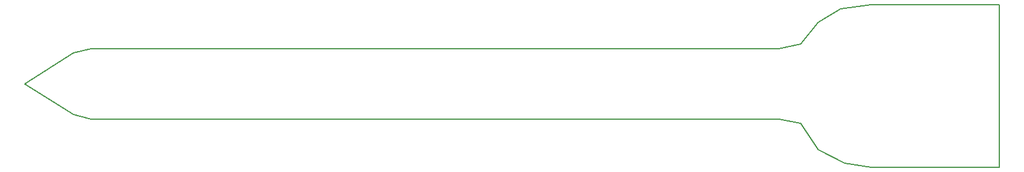
<source format=gbr>
G04 (created by PCBNEW (2013-02-14 BZR 3950)-testing) date Tuesday, 2013 April 23 20:25:31*
%MOIN*%
G04 Gerber Fmt 3.4, Leading zero omitted, Abs format*
%FSLAX34Y34*%
G01*
G70*
G90*
G04 APERTURE LIST*
%ADD10C,0.006*%
%ADD11C,0.0059*%
G04 APERTURE END LIST*
G54D10*
G54D11*
X71900Y-34900D02*
X79150Y-34900D01*
X71900Y-44150D02*
X79150Y-44150D01*
X70400Y-43900D02*
X71900Y-44150D01*
X68900Y-43150D02*
X70400Y-43900D01*
X70150Y-35150D02*
X71900Y-34900D01*
X68900Y-35900D02*
X70150Y-35150D01*
X79150Y-44150D02*
X79150Y-43650D01*
X78900Y-44150D02*
X79150Y-44150D01*
X79150Y-43650D02*
X79150Y-34900D01*
X67900Y-41650D02*
X68900Y-43150D01*
X67900Y-37150D02*
X68900Y-35900D01*
X66650Y-41400D02*
X67900Y-41650D01*
X66650Y-37400D02*
X67900Y-37150D01*
X66400Y-41400D02*
X66650Y-41400D01*
X23900Y-39400D02*
X26650Y-41150D01*
X26650Y-37650D02*
X23900Y-39400D01*
X27650Y-37400D02*
X26650Y-37650D01*
X27650Y-41400D02*
X26650Y-41150D01*
X28650Y-41400D02*
X27650Y-41400D01*
X28650Y-37400D02*
X27650Y-37400D01*
X28650Y-41400D02*
X29400Y-41400D01*
X28650Y-37400D02*
X29400Y-37400D01*
X66400Y-41400D02*
X29400Y-41400D01*
X66650Y-37400D02*
X29400Y-37400D01*
M02*

</source>
